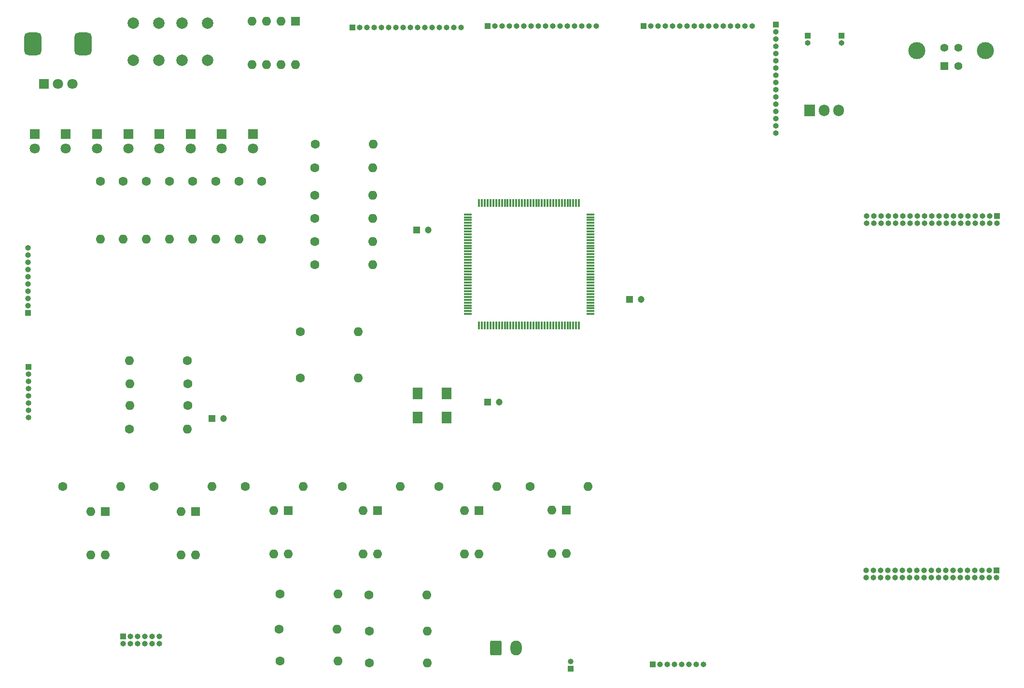
<source format=gbr>
%TF.GenerationSoftware,KiCad,Pcbnew,7.0.1*%
%TF.CreationDate,2023-04-21T00:10:31+02:00*%
%TF.ProjectId,SimpleLattice,53696d70-6c65-44c6-9174-746963652e6b,rev?*%
%TF.SameCoordinates,Original*%
%TF.FileFunction,Soldermask,Top*%
%TF.FilePolarity,Negative*%
%FSLAX46Y46*%
G04 Gerber Fmt 4.6, Leading zero omitted, Abs format (unit mm)*
G04 Created by KiCad (PCBNEW 7.0.1) date 2023-04-21 00:10:31*
%MOMM*%
%LPD*%
G01*
G04 APERTURE LIST*
G04 Aperture macros list*
%AMRoundRect*
0 Rectangle with rounded corners*
0 $1 Rounding radius*
0 $2 $3 $4 $5 $6 $7 $8 $9 X,Y pos of 4 corners*
0 Add a 4 corners polygon primitive as box body*
4,1,4,$2,$3,$4,$5,$6,$7,$8,$9,$2,$3,0*
0 Add four circle primitives for the rounded corners*
1,1,$1+$1,$2,$3*
1,1,$1+$1,$4,$5*
1,1,$1+$1,$6,$7*
1,1,$1+$1,$8,$9*
0 Add four rect primitives between the rounded corners*
20,1,$1+$1,$2,$3,$4,$5,0*
20,1,$1+$1,$4,$5,$6,$7,0*
20,1,$1+$1,$6,$7,$8,$9,0*
20,1,$1+$1,$8,$9,$2,$3,0*%
G04 Aperture macros list end*
%ADD10R,1.000000X1.000000*%
%ADD11O,1.000000X1.000000*%
%ADD12C,1.600000*%
%ADD13O,1.600000X1.600000*%
%ADD14C,2.000000*%
%ADD15R,1.800000X1.800000*%
%ADD16C,1.800000*%
%ADD17R,1.200000X1.200000*%
%ADD18C,1.200000*%
%ADD19R,1.600000X1.600000*%
%ADD20R,1.800000X2.000000*%
%ADD21R,1.475000X0.300000*%
%ADD22R,0.300000X1.475000*%
%ADD23R,1.905000X2.000000*%
%ADD24O,1.905000X2.000000*%
%ADD25RoundRect,0.750000X0.750000X-1.250000X0.750000X1.250000X-0.750000X1.250000X-0.750000X-1.250000X0*%
%ADD26RoundRect,0.250000X-0.750000X-1.050000X0.750000X-1.050000X0.750000X1.050000X-0.750000X1.050000X0*%
%ADD27O,2.000000X2.600000*%
%ADD28R,1.400000X1.400000*%
%ADD29C,1.400000*%
%ADD30C,3.000000*%
G04 APERTURE END LIST*
D10*
%TO.C,J16*%
X179600000Y-35900000D03*
D11*
X179600000Y-37170000D03*
%TD*%
D12*
%TO.C,R22*%
X102700000Y-140400000D03*
D13*
X112860000Y-140400000D03*
%TD*%
D12*
%TO.C,R6*%
X90620000Y-96000000D03*
D13*
X100780000Y-96000000D03*
%TD*%
D12*
%TO.C,R16*%
X93140000Y-67950000D03*
D13*
X103300000Y-67950000D03*
%TD*%
D12*
%TO.C,R30*%
X86900000Y-140100000D03*
D13*
X97060000Y-140100000D03*
%TD*%
D14*
%TO.C,SW3*%
X65800000Y-33650000D03*
X65800000Y-40150000D03*
X61300000Y-33650000D03*
X61300000Y-40150000D03*
%TD*%
D10*
%TO.C,J4*%
X212740000Y-67500000D03*
D11*
X212740000Y-68770000D03*
X211470000Y-67500000D03*
X211470000Y-68770000D03*
X210200000Y-67500000D03*
X210200000Y-68770000D03*
X208930000Y-67500000D03*
X208930000Y-68770000D03*
X207660000Y-67500000D03*
X207660000Y-68770000D03*
X206390000Y-67500000D03*
X206390000Y-68770000D03*
X205120000Y-67500000D03*
X205120000Y-68770000D03*
X203850000Y-67500000D03*
X203850000Y-68770000D03*
X202580000Y-67500000D03*
X202580000Y-68770000D03*
X201310000Y-67500000D03*
X201310000Y-68770000D03*
X200040000Y-67500000D03*
X200040000Y-68770000D03*
X198770000Y-67500000D03*
X198770000Y-68770000D03*
X197500000Y-67500000D03*
X197500000Y-68770000D03*
X196230000Y-67500000D03*
X196230000Y-68770000D03*
X194960000Y-67500000D03*
X194960000Y-68770000D03*
X193690000Y-67500000D03*
X193690000Y-68770000D03*
X192420000Y-67500000D03*
X192420000Y-68770000D03*
X191150000Y-67500000D03*
X191150000Y-68770000D03*
X189880000Y-67500000D03*
X189880000Y-68770000D03*
%TD*%
D15*
%TO.C,D6*%
X54939596Y-53120000D03*
D16*
X54939596Y-55660000D03*
%TD*%
D12*
%TO.C,R1*%
X70780000Y-92900000D03*
D13*
X60620000Y-92900000D03*
%TD*%
D10*
%TO.C,J6*%
X138000000Y-147050000D03*
D11*
X138000000Y-145780000D03*
%TD*%
D17*
%TO.C,C4*%
X148327401Y-82200000D03*
D18*
X150327401Y-82200000D03*
%TD*%
D12*
%TO.C,R2*%
X70900000Y-100800000D03*
D13*
X60740000Y-100800000D03*
%TD*%
D12*
%TO.C,R23*%
X64920000Y-115000000D03*
D13*
X75080000Y-115000000D03*
%TD*%
D19*
%TO.C,SW1*%
X89780000Y-33300000D03*
D13*
X87240000Y-33300000D03*
X84700000Y-33300000D03*
X82160000Y-33300000D03*
X82160000Y-40920000D03*
X84700000Y-40920000D03*
X87240000Y-40920000D03*
X89780000Y-40920000D03*
%TD*%
D12*
%TO.C,R21*%
X48920000Y-115000000D03*
D13*
X59080000Y-115000000D03*
%TD*%
D19*
%TO.C,U2*%
X72210000Y-119400000D03*
D13*
X69670000Y-119400000D03*
X69670000Y-127020000D03*
X72210000Y-127020000D03*
%TD*%
D20*
%TO.C,Y1*%
X111160000Y-102900000D03*
X116240000Y-102900000D03*
X116240000Y-98700000D03*
X111160000Y-98700000D03*
%TD*%
D21*
%TO.C,IC1*%
X119962000Y-67250000D03*
X119962000Y-67750000D03*
X119962000Y-68250000D03*
X119962000Y-68750000D03*
X119962000Y-69250000D03*
X119962000Y-69750000D03*
X119962000Y-70250000D03*
X119962000Y-70750000D03*
X119962000Y-71250000D03*
X119962000Y-71750000D03*
X119962000Y-72250000D03*
X119962000Y-72750000D03*
X119962000Y-73250000D03*
X119962000Y-73750000D03*
X119962000Y-74250000D03*
X119962000Y-74750000D03*
X119962000Y-75250000D03*
X119962000Y-75750000D03*
X119962000Y-76250000D03*
X119962000Y-76750000D03*
X119962000Y-77250000D03*
X119962000Y-77750000D03*
X119962000Y-78250000D03*
X119962000Y-78750000D03*
X119962000Y-79250000D03*
X119962000Y-79750000D03*
X119962000Y-80250000D03*
X119962000Y-80750000D03*
X119962000Y-81250000D03*
X119962000Y-81750000D03*
X119962000Y-82250000D03*
X119962000Y-82750000D03*
X119962000Y-83250000D03*
X119962000Y-83750000D03*
X119962000Y-84250000D03*
X119962000Y-84750000D03*
D22*
X121950000Y-86738000D03*
X122450000Y-86738000D03*
X122950000Y-86738000D03*
X123450000Y-86738000D03*
X123950000Y-86738000D03*
X124450000Y-86738000D03*
X124950000Y-86738000D03*
X125450000Y-86738000D03*
X125950000Y-86738000D03*
X126450000Y-86738000D03*
X126950000Y-86738000D03*
X127450000Y-86738000D03*
X127950000Y-86738000D03*
X128450000Y-86738000D03*
X128950000Y-86738000D03*
X129450000Y-86738000D03*
X129950000Y-86738000D03*
X130450000Y-86738000D03*
X130950000Y-86738000D03*
X131450000Y-86738000D03*
X131950000Y-86738000D03*
X132450000Y-86738000D03*
X132950000Y-86738000D03*
X133450000Y-86738000D03*
X133950000Y-86738000D03*
X134450000Y-86738000D03*
X134950000Y-86738000D03*
X135450000Y-86738000D03*
X135950000Y-86738000D03*
X136450000Y-86738000D03*
X136950000Y-86738000D03*
X137450000Y-86738000D03*
X137950000Y-86738000D03*
X138450000Y-86738000D03*
X138950000Y-86738000D03*
X139450000Y-86738000D03*
D21*
X141438000Y-84750000D03*
X141438000Y-84250000D03*
X141438000Y-83750000D03*
X141438000Y-83250000D03*
X141438000Y-82750000D03*
X141438000Y-82250000D03*
X141438000Y-81750000D03*
X141438000Y-81250000D03*
X141438000Y-80750000D03*
X141438000Y-80250000D03*
X141438000Y-79750000D03*
X141438000Y-79250000D03*
X141438000Y-78750000D03*
X141438000Y-78250000D03*
X141438000Y-77750000D03*
X141438000Y-77250000D03*
X141438000Y-76750000D03*
X141438000Y-76250000D03*
X141438000Y-75750000D03*
X141438000Y-75250000D03*
X141438000Y-74750000D03*
X141438000Y-74250000D03*
X141438000Y-73750000D03*
X141438000Y-73250000D03*
X141438000Y-72750000D03*
X141438000Y-72250000D03*
X141438000Y-71750000D03*
X141438000Y-71250000D03*
X141438000Y-70750000D03*
X141438000Y-70250000D03*
X141438000Y-69750000D03*
X141438000Y-69250000D03*
X141438000Y-68750000D03*
X141438000Y-68250000D03*
X141438000Y-67750000D03*
X141438000Y-67250000D03*
D22*
X139450000Y-65262000D03*
X138950000Y-65262000D03*
X138450000Y-65262000D03*
X137950000Y-65262000D03*
X137450000Y-65262000D03*
X136950000Y-65262000D03*
X136450000Y-65262000D03*
X135950000Y-65262000D03*
X135450000Y-65262000D03*
X134950000Y-65262000D03*
X134450000Y-65262000D03*
X133950000Y-65262000D03*
X133450000Y-65262000D03*
X132950000Y-65262000D03*
X132450000Y-65262000D03*
X131950000Y-65262000D03*
X131450000Y-65262000D03*
X130950000Y-65262000D03*
X130450000Y-65262000D03*
X129950000Y-65262000D03*
X129450000Y-65262000D03*
X128950000Y-65262000D03*
X128450000Y-65262000D03*
X127950000Y-65262000D03*
X127450000Y-65262000D03*
X126950000Y-65262000D03*
X126450000Y-65262000D03*
X125950000Y-65262000D03*
X125450000Y-65262000D03*
X124950000Y-65262000D03*
X124450000Y-65262000D03*
X123950000Y-65262000D03*
X123450000Y-65262000D03*
X122950000Y-65262000D03*
X122450000Y-65262000D03*
X121950000Y-65262000D03*
%TD*%
D19*
%TO.C,U6*%
X137275000Y-119200000D03*
D13*
X134735000Y-119200000D03*
X134735000Y-126820000D03*
X137275000Y-126820000D03*
%TD*%
D12*
%TO.C,R10*%
X71700000Y-61420000D03*
D13*
X71700000Y-71580000D03*
%TD*%
D10*
%TO.C,J9*%
X150770000Y-34200000D03*
D11*
X152040000Y-34200000D03*
X153310000Y-34200000D03*
X154580000Y-34200000D03*
X155850000Y-34200000D03*
X157120000Y-34200000D03*
X158390000Y-34200000D03*
X159660000Y-34200000D03*
X160930000Y-34200000D03*
X162200000Y-34200000D03*
X163470000Y-34200000D03*
X164740000Y-34200000D03*
X166010000Y-34200000D03*
X167280000Y-34200000D03*
X168550000Y-34200000D03*
X169820000Y-34200000D03*
%TD*%
D23*
%TO.C,U7*%
X179920000Y-49000000D03*
D24*
X182460000Y-49000000D03*
X185000000Y-49000000D03*
%TD*%
D12*
%TO.C,R27*%
X97920000Y-115000000D03*
D13*
X108080000Y-115000000D03*
%TD*%
D12*
%TO.C,R13*%
X59550000Y-61420000D03*
D13*
X59550000Y-71580000D03*
%TD*%
D15*
%TO.C,D7*%
X49469798Y-53120000D03*
D16*
X49469798Y-55660000D03*
%TD*%
D12*
%TO.C,R8*%
X79800000Y-61420000D03*
D13*
X79800000Y-71580000D03*
%TD*%
D15*
%TO.C,D8*%
X44000000Y-53120000D03*
D16*
X44000000Y-55660000D03*
%TD*%
D19*
%TO.C,U5*%
X121955000Y-119300000D03*
D13*
X119415000Y-119300000D03*
X119415000Y-126920000D03*
X121955000Y-126920000D03*
%TD*%
D10*
%TO.C,J10*%
X99730000Y-34400000D03*
D11*
X101000000Y-34400000D03*
X102270000Y-34400000D03*
X103540000Y-34400000D03*
X104810000Y-34400000D03*
X106080000Y-34400000D03*
X107350000Y-34400000D03*
X108620000Y-34400000D03*
X109890000Y-34400000D03*
X111160000Y-34400000D03*
X112430000Y-34400000D03*
X113700000Y-34400000D03*
X114970000Y-34400000D03*
X116240000Y-34400000D03*
X117510000Y-34400000D03*
X118780000Y-34400000D03*
%TD*%
D15*
%TO.C,D4*%
X65879192Y-53120000D03*
D16*
X65879192Y-55660000D03*
%TD*%
D12*
%TO.C,R25*%
X80920000Y-115000000D03*
D13*
X91080000Y-115000000D03*
%TD*%
D12*
%TO.C,R12*%
X63600000Y-61420000D03*
D13*
X63600000Y-71580000D03*
%TD*%
D12*
%TO.C,R15*%
X93140000Y-63900000D03*
D13*
X103300000Y-63900000D03*
%TD*%
D12*
%TO.C,R28*%
X87000000Y-145700000D03*
D13*
X97160000Y-145700000D03*
%TD*%
D12*
%TO.C,R19*%
X93140000Y-59100000D03*
D13*
X103300000Y-59100000D03*
%TD*%
D15*
%TO.C,RV1*%
X45600000Y-44350000D03*
D16*
X48100000Y-44350000D03*
X50600000Y-44350000D03*
D25*
X43700000Y-37350000D03*
X52500000Y-37350000D03*
%TD*%
D19*
%TO.C,U3*%
X88475000Y-119300000D03*
D13*
X85935000Y-119300000D03*
X85935000Y-126920000D03*
X88475000Y-126920000D03*
%TD*%
D12*
%TO.C,R29*%
X114920000Y-115000000D03*
D13*
X125080000Y-115000000D03*
%TD*%
D15*
%TO.C,D5*%
X60409394Y-53120000D03*
D16*
X60409394Y-55660000D03*
%TD*%
D17*
%TO.C,C2*%
X75100000Y-103100000D03*
D18*
X77100000Y-103100000D03*
%TD*%
D10*
%TO.C,J13*%
X174000000Y-33950000D03*
D11*
X174000000Y-35220000D03*
X174000000Y-36490000D03*
X174000000Y-37760000D03*
X174000000Y-39030000D03*
X174000000Y-40300000D03*
X174000000Y-41570000D03*
X174000000Y-42840000D03*
X174000000Y-44110000D03*
X174000000Y-45380000D03*
X174000000Y-46650000D03*
X174000000Y-47920000D03*
X174000000Y-49190000D03*
X174000000Y-50460000D03*
X174000000Y-51730000D03*
X174000000Y-53000000D03*
%TD*%
D17*
%TO.C,C1*%
X123427401Y-100200000D03*
D18*
X125427401Y-100200000D03*
%TD*%
D12*
%TO.C,R3*%
X70860000Y-97000000D03*
D13*
X60700000Y-97000000D03*
%TD*%
D14*
%TO.C,SW2*%
X74350000Y-33650000D03*
X74350000Y-40150000D03*
X69850000Y-33650000D03*
X69850000Y-40150000D03*
%TD*%
D12*
%TO.C,R11*%
X67650000Y-61420000D03*
D13*
X67650000Y-71580000D03*
%TD*%
D10*
%TO.C,J11*%
X123450000Y-34200000D03*
D11*
X124720000Y-34200000D03*
X125990000Y-34200000D03*
X127260000Y-34200000D03*
X128530000Y-34200000D03*
X129800000Y-34200000D03*
X131070000Y-34200000D03*
X132340000Y-34200000D03*
X133610000Y-34200000D03*
X134880000Y-34200000D03*
X136150000Y-34200000D03*
X137420000Y-34200000D03*
X138690000Y-34200000D03*
X139960000Y-34200000D03*
X141230000Y-34200000D03*
X142500000Y-34200000D03*
%TD*%
D26*
%TO.C,J7*%
X124900000Y-143400000D03*
D27*
X128400000Y-143400000D03*
%TD*%
D12*
%TO.C,R7*%
X83850000Y-61420000D03*
D13*
X83850000Y-71580000D03*
%TD*%
D12*
%TO.C,R5*%
X90620000Y-87900000D03*
D13*
X100780000Y-87900000D03*
%TD*%
D10*
%TO.C,J2*%
X152360000Y-146300000D03*
D11*
X153630000Y-146300000D03*
X154900000Y-146300000D03*
X156170000Y-146300000D03*
X157440000Y-146300000D03*
X158710000Y-146300000D03*
X159980000Y-146300000D03*
X161250000Y-146300000D03*
%TD*%
D12*
%TO.C,R9*%
X75750000Y-61420000D03*
D13*
X75750000Y-71580000D03*
%TD*%
D15*
%TO.C,D1*%
X82288586Y-53120000D03*
D16*
X82288586Y-55660000D03*
%TD*%
D12*
%TO.C,R17*%
X93140000Y-72000000D03*
D13*
X103300000Y-72000000D03*
%TD*%
D10*
%TO.C,J15*%
X185500000Y-35900000D03*
D11*
X185500000Y-37170000D03*
%TD*%
D12*
%TO.C,R18*%
X93140000Y-76050000D03*
D13*
X103300000Y-76050000D03*
%TD*%
D12*
%TO.C,R26*%
X102600000Y-134100000D03*
D13*
X112760000Y-134100000D03*
%TD*%
D10*
%TO.C,J3*%
X42800000Y-84520000D03*
D11*
X42800000Y-83250000D03*
X42800000Y-81980000D03*
X42800000Y-80710000D03*
X42800000Y-79440000D03*
X42800000Y-78170000D03*
X42800000Y-76900000D03*
X42800000Y-75630000D03*
X42800000Y-74360000D03*
X42800000Y-73090000D03*
%TD*%
D10*
%TO.C,J5*%
X212700000Y-129730000D03*
D11*
X212700000Y-131000000D03*
X211430000Y-129730000D03*
X211430000Y-131000000D03*
X210160000Y-129730000D03*
X210160000Y-131000000D03*
X208890000Y-129730000D03*
X208890000Y-131000000D03*
X207620000Y-129730000D03*
X207620000Y-131000000D03*
X206350000Y-129730000D03*
X206350000Y-131000000D03*
X205080000Y-129730000D03*
X205080000Y-131000000D03*
X203810000Y-129730000D03*
X203810000Y-131000000D03*
X202540000Y-129730000D03*
X202540000Y-131000000D03*
X201270000Y-129730000D03*
X201270000Y-131000000D03*
X200000000Y-129730000D03*
X200000000Y-131000000D03*
X198730000Y-129730000D03*
X198730000Y-131000000D03*
X197460000Y-129730000D03*
X197460000Y-131000000D03*
X196190000Y-129730000D03*
X196190000Y-131000000D03*
X194920000Y-129730000D03*
X194920000Y-131000000D03*
X193650000Y-129730000D03*
X193650000Y-131000000D03*
X192380000Y-129730000D03*
X192380000Y-131000000D03*
X191110000Y-129730000D03*
X191110000Y-131000000D03*
X189840000Y-129730000D03*
X189840000Y-131000000D03*
%TD*%
D12*
%TO.C,R24*%
X102700000Y-146000000D03*
D13*
X112860000Y-146000000D03*
%TD*%
D12*
%TO.C,R14*%
X55500000Y-61420000D03*
D13*
X55500000Y-71580000D03*
%TD*%
D12*
%TO.C,R32*%
X87020000Y-133900000D03*
D13*
X97180000Y-133900000D03*
%TD*%
D12*
%TO.C,R4*%
X60620000Y-104950000D03*
D13*
X70780000Y-104950000D03*
%TD*%
D10*
%TO.C,J1*%
X42900000Y-94060000D03*
D11*
X42900000Y-95330000D03*
X42900000Y-96600000D03*
X42900000Y-97870000D03*
X42900000Y-99140000D03*
X42900000Y-100410000D03*
X42900000Y-101680000D03*
X42900000Y-102950000D03*
%TD*%
D17*
%TO.C,C3*%
X111000000Y-70000000D03*
D18*
X113000000Y-70000000D03*
%TD*%
D15*
%TO.C,D3*%
X71348990Y-53120000D03*
D16*
X71348990Y-55660000D03*
%TD*%
D28*
%TO.C,J14*%
X203500000Y-41200000D03*
D29*
X206000000Y-41200000D03*
X206000000Y-38000000D03*
X203500000Y-38000000D03*
D30*
X210770000Y-38490000D03*
X198730000Y-38490000D03*
%TD*%
D15*
%TO.C,D2*%
X76818788Y-53120000D03*
D16*
X76818788Y-55660000D03*
%TD*%
D19*
%TO.C,U1*%
X56375000Y-119400000D03*
D13*
X53835000Y-119400000D03*
X53835000Y-127020000D03*
X56375000Y-127020000D03*
%TD*%
D12*
%TO.C,R31*%
X130920000Y-115000000D03*
D13*
X141080000Y-115000000D03*
%TD*%
D19*
%TO.C,U4*%
X104175000Y-119300000D03*
D13*
X101635000Y-119300000D03*
X101635000Y-126920000D03*
X104175000Y-126920000D03*
%TD*%
D12*
%TO.C,R20*%
X93220000Y-54900000D03*
D13*
X103380000Y-54900000D03*
%TD*%
D10*
%TO.C,J8*%
X59530000Y-141400000D03*
D11*
X59530000Y-142670000D03*
X60800000Y-141400000D03*
X60800000Y-142670000D03*
X62070000Y-141400000D03*
X62070000Y-142670000D03*
X63340000Y-141400000D03*
X63340000Y-142670000D03*
X64610000Y-141400000D03*
X64610000Y-142670000D03*
X65880000Y-141400000D03*
X65880000Y-142670000D03*
%TD*%
M02*

</source>
